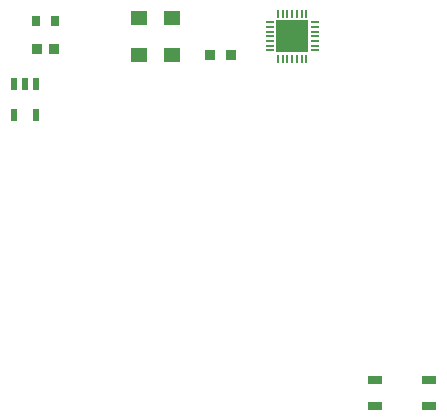
<source format=gtp>
G04*
G04 #@! TF.GenerationSoftware,Altium Limited,Altium Designer,21.2.1 (34)*
G04*
G04 Layer_Color=8421504*
%FSLAX25Y25*%
%MOIN*%
G70*
G04*
G04 #@! TF.SameCoordinates,7F94B60C-EE6A-4D70-8C52-0CABB09C9AE7*
G04*
G04*
G04 #@! TF.FilePolarity,Positive*
G04*
G01*
G75*
%ADD17R,0.10630X0.10630*%
%ADD18R,0.00880X0.02620*%
%ADD19R,0.02620X0.00880*%
%ADD20R,0.05512X0.05118*%
%ADD21R,0.03150X0.03347*%
%ADD22R,0.03800X0.03500*%
%ADD23R,0.02165X0.03937*%
%ADD24R,0.03180X0.03400*%
%ADD25R,0.05000X0.02756*%
G36*
X338059Y321961D02*
Y323041D01*
X336979Y324201D01*
X334999D01*
X334749Y323951D01*
Y321051D01*
X334999Y320801D01*
X336979D01*
X338059Y321961D01*
D01*
D02*
G37*
G36*
X340539D02*
Y323041D01*
X341619Y324201D01*
X343599D01*
X343849Y323951D01*
Y321051D01*
X343599Y320801D01*
X341619D01*
X340539Y321961D01*
D01*
D02*
G37*
D17*
X421500Y326700D02*
D03*
D18*
X426220Y319190D02*
D03*
X424650D02*
D03*
X423070D02*
D03*
X421500D02*
D03*
X419920D02*
D03*
X418350D02*
D03*
X416780D02*
D03*
Y334210D02*
D03*
X418350Y334210D02*
D03*
X419920D02*
D03*
X421500D02*
D03*
X423070D02*
D03*
X424650Y334210D02*
D03*
X426220D02*
D03*
D19*
X413990Y321980D02*
D03*
X413990Y323550D02*
D03*
X413990Y325130D02*
D03*
Y326700D02*
D03*
Y328280D02*
D03*
X413990Y329850D02*
D03*
X413990Y331420D02*
D03*
X429010D02*
D03*
Y329850D02*
D03*
Y328280D02*
D03*
Y326700D02*
D03*
Y325130D02*
D03*
Y323550D02*
D03*
Y321980D02*
D03*
D20*
X370488Y320500D02*
D03*
X381512D02*
D03*
X370488Y332702D02*
D03*
X381512D02*
D03*
D21*
X336025Y331672D02*
D03*
X342573D02*
D03*
D22*
X401000Y320500D02*
D03*
X394100D02*
D03*
D23*
X336240Y310618D02*
D03*
X332500D02*
D03*
X328760D02*
D03*
Y300382D02*
D03*
X336240D02*
D03*
D24*
X336329Y322501D02*
D03*
X342269D02*
D03*
D25*
X449283Y203500D02*
D03*
X467000Y203500D02*
D03*
X467000Y211965D02*
D03*
X449284Y211965D02*
D03*
M02*

</source>
